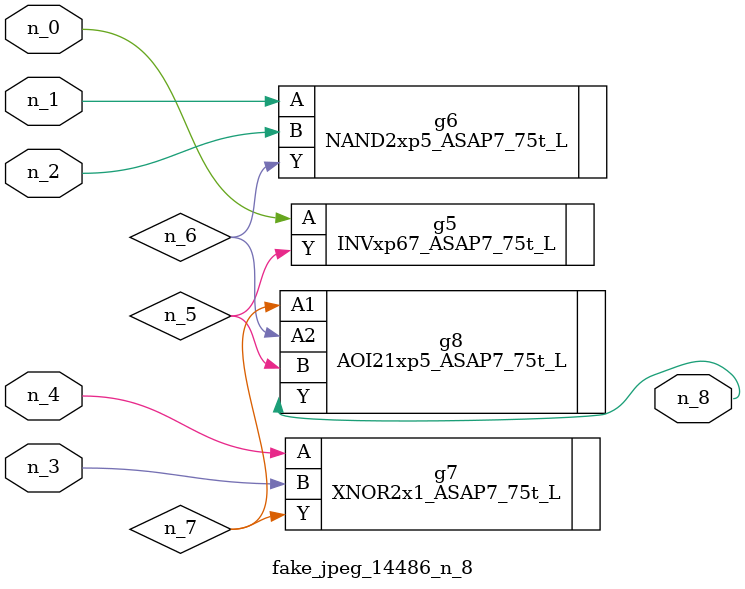
<source format=v>
module fake_jpeg_14486_n_8 (n_3, n_2, n_1, n_0, n_4, n_8);

input n_3;
input n_2;
input n_1;
input n_0;
input n_4;

output n_8;

wire n_6;
wire n_5;
wire n_7;

INVxp67_ASAP7_75t_L g5 ( 
.A(n_0),
.Y(n_5)
);

NAND2xp5_ASAP7_75t_L g6 ( 
.A(n_1),
.B(n_2),
.Y(n_6)
);

XNOR2x1_ASAP7_75t_L g7 ( 
.A(n_4),
.B(n_3),
.Y(n_7)
);

AOI21xp5_ASAP7_75t_L g8 ( 
.A1(n_7),
.A2(n_6),
.B(n_5),
.Y(n_8)
);


endmodule
</source>
